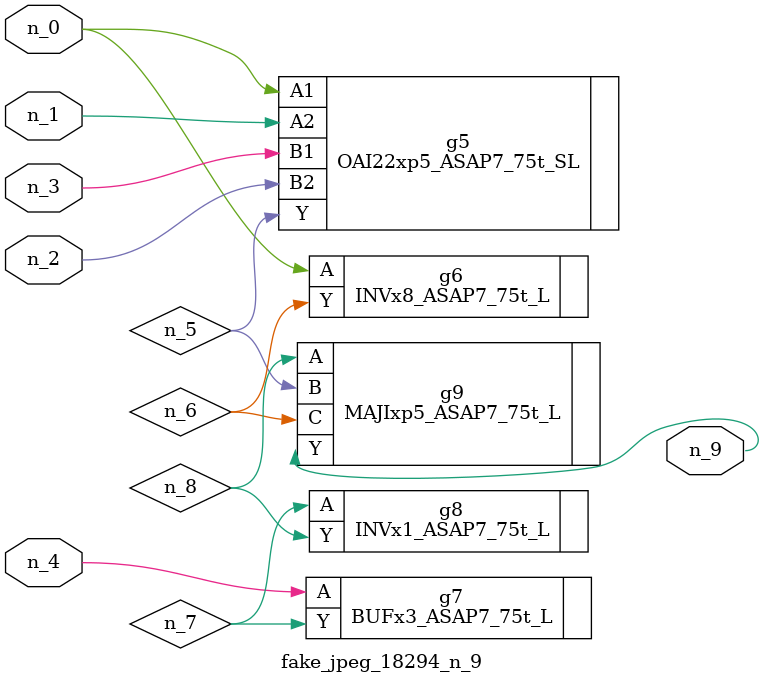
<source format=v>
module fake_jpeg_18294_n_9 (n_3, n_2, n_1, n_0, n_4, n_9);

input n_3;
input n_2;
input n_1;
input n_0;
input n_4;

output n_9;

wire n_8;
wire n_6;
wire n_5;
wire n_7;

OAI22xp5_ASAP7_75t_SL g5 ( 
.A1(n_0),
.A2(n_1),
.B1(n_3),
.B2(n_2),
.Y(n_5)
);

INVx8_ASAP7_75t_L g6 ( 
.A(n_0),
.Y(n_6)
);

BUFx3_ASAP7_75t_L g7 ( 
.A(n_4),
.Y(n_7)
);

INVx1_ASAP7_75t_L g8 ( 
.A(n_7),
.Y(n_8)
);

MAJIxp5_ASAP7_75t_L g9 ( 
.A(n_8),
.B(n_5),
.C(n_6),
.Y(n_9)
);


endmodule
</source>
